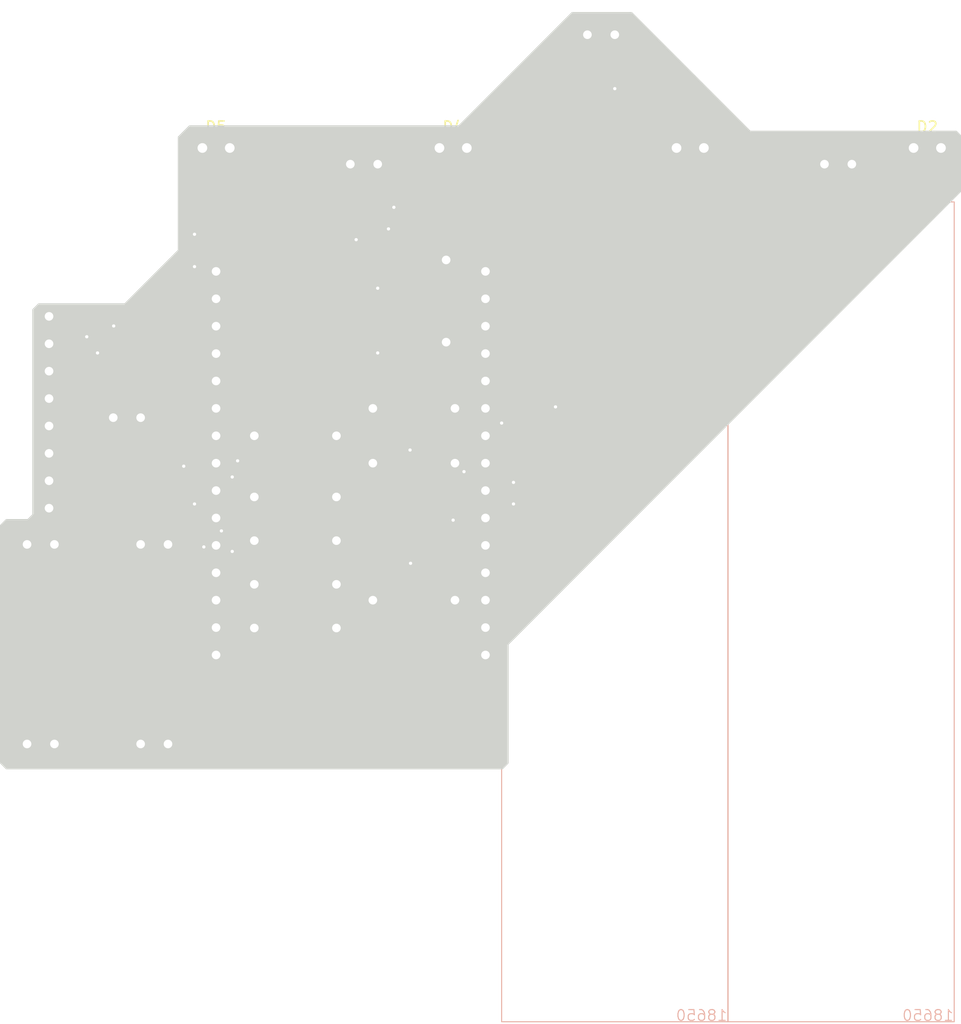
<source format=kicad_pcb>
(kicad_pcb (version 20241229) (generator "pcbnew") (generator_version "9.0")
  (layers (0 "F.Cu" signal) (2 "B.Cu" signal) (13 "F.Paste" user) (15 "B.Paste" user) (5 "F.SilkS" user "F.Silkscreen") (7 "B.SilkS" user "B.Silkscreen") (1 "F.Mask" user) (3 "B.Mask" user) (25 "Edge.Cuts" user))
  (net 0 "")
  (net 1 "-BATT")
  (net 3 "Net-(ESP32_DevkitC1-VIN)")
  (net 4 "Net-(5VStepdown1--OUT-Pad5)")
  (net 6 "+BATT")
  (net 12 "Net-(ESP32_DevkitC1-D22)")
  (net 14 "Net-(ESP32_DevkitC1-D15)")
  (net 16 "Net-(ESP32_DevkitC1-D18)")
  (net 17 "Net-(D2-A)")
  (net 20 "Net-(ESP32_DevkitC1-D23)")
  (net 21 "Net-(MPU1-AD0)")
  (net 22 "Net-(ESP32_DevkitC1-D5)")
  (net 24 "Net-(D3-A)")
  (net 26 "Net-(ESP32_DevkitC1-D19)")
  (net 31 "Net-(D4-A)")
  (net 33 "Net-(ESP32_DevkitC1-D21)")
  (net 34 "Net-(ESP32_DevkitC1-D2)")
  (net 35 "Net-(ESP32_DevkitC1-3V3)")
  (net 38 "Net-(D2-K)")
  (net 39 "Net-(D3-K)")
  (net 40 "Net-(D4-K)")
  (net 41 "Net-(D5-K)")
  (net 42 "Net-(D5-A)")
  (footprint "Resistor_THT:R_Axial_DIN0207_L6.3mm_D2.5mm_P2.54mm_Vertical" (layer "F.Cu") (at 134.450634 61 180)
    (property "Reference" "RV3" (at 1.27 -2.37 0) (layer "F.SilkS"))
    (property "Value" "R_Variable")
    (fp_line (start 1.37 0) (end 1.44 0) (stroke (width 0.12)) (layer "F.SilkS"))
    (fp_circle (center 0 0) (end 1.37 0) (stroke (width 0.12)) (fill no) (layer "F.SilkS"))
    (pad "1" thru_hole circle (at 0 0 180) (size 1.6 1.6) (drill 0.8) (layers "*.Cu" "*.Mask") (net 16 "Net-(ESP32_DevkitC1-D18)"))
    (pad "2" thru_hole circle (at 2.54 0 180) (size 1.6 1.6) (drill 0.8) (layers "*.Cu" "*.Mask") (net 21 "Net-(MPU1-AD0)"))
  )
  (footprint "Resistor_THT:R_Axial_DIN0207_L6.3mm_D2.5mm_P7.62mm_Horizontal" (layer "F.Cu") (at 101 103.85)
    (property "Reference" "R_LED2" (at 3.81 -2.37 0) (layer "F.SilkS"))
    (property "Value" "R")
    (fp_line (start 0.54 -1.37) (end 7.08 -1.37) (stroke (width 0.12)) (layer "F.SilkS"))
    (fp_line (start 0.54 -1.04) (end 0.54 -1.37) (stroke (width 0.12)) (layer "F.SilkS"))
    (fp_line (start 0.54 1.04) (end 0.54 1.37) (stroke (width 0.12)) (layer "F.SilkS"))
    (fp_line (start 0.54 1.37) (end 7.08 1.37) (stroke (width 0.12)) (layer "F.SilkS"))
    (fp_line (start 7.08 -1.37) (end 7.08 -1.04) (stroke (width 0.12)) (layer "F.SilkS"))
    (fp_line (start 7.08 1.37) (end 7.08 1.04) (stroke (width 0.12)) (layer "F.SilkS"))
    (pad "1" thru_hole circle (at 0 0) (size 1.6 1.6) (drill 0.8) (layers "*.Cu" "*.Mask") (net 38 "Net-(D2-K)"))
    (pad "2" thru_hole circle (at 7.62 0) (size 1.6 1.6) (drill 0.8) (layers "*.Cu" "*.Mask") (net 4 "Net-(5VStepdown1--OUT-Pad5)"))
  )
  (footprint "LED_THT:LED_D1.8mm_W1.8mm_H2.4mm_Horizontal_O1.27mm_Z1.6mm" (layer "F.Cu") (at 96.180634 71.5)
    (property "Reference" "D5" (at 1.27 -1.96 0) (layer "F.SilkS"))
    (property "Value" "LED")
    (fp_line (start -0.44 1.21) (end -0.44 2.93) (stroke (width 0.12)) (layer "F.SilkS"))
    (fp_line (start -0.44 2.93) (end 2.98 2.93) (stroke (width 0.12)) (layer "F.SilkS"))
    (fp_line (start -0.32 1.21) (end -0.32 2.93) (stroke (width 0.12)) (layer "F.SilkS"))
    (fp_line (start -0.2 1.21) (end -0.2 2.93) (stroke (width 0.12)) (layer "F.SilkS"))
    (fp_line (start 0 1.08) (end 0 1.21) (stroke (width 0.12)) (layer "F.SilkS"))
    (fp_line (start 0 1.21) (end 0 1.08) (stroke (width 0.12)) (layer "F.SilkS"))
    (fp_line (start 0.31 2.93) (end 0.31 4.33) (stroke (width 0.12)) (layer "F.SilkS"))
    (fp_line (start 0.31 4.33) (end 2.23 4.33) (stroke (width 0.12)) (layer "F.SilkS"))
    (fp_line (start 2.23 2.93) (end 0.31 2.93) (stroke (width 0.12)) (layer "F.SilkS"))
    (fp_line (start 2.23 4.33) (end 2.23 2.93) (stroke (width 0.12)) (layer "F.SilkS"))
    (fp_line (start 2.54 1.08) (end 2.54 1.21) (stroke (width 0.12)) (layer "F.SilkS"))
    (fp_line (start 2.54 1.21) (end 2.54 1.08) (stroke (width 0.12)) (layer "F.SilkS"))
    (fp_line (start 2.98 1.21) (end -0.44 1.21) (stroke (width 0.12)) (layer "F.SilkS"))
    (fp_line (start 2.98 2.93) (end 2.98 1.21) (stroke (width 0.12)) (layer "F.SilkS"))
    (pad "1" thru_hole rect (at 0 0) (size 1.8 1.8) (drill 0.9) (layers "*.Cu" "*.Mask") (net 41 "Net-(D5-K)"))
    (pad "2" thru_hole circle (at 2.54 0) (size 1.8 1.8) (drill 0.9) (layers "*.Cu" "*.Mask") (net 42 "Net-(D5-A)"))
  )
  (footprint "Resistor_THT:R_Axial_DIN0207_L6.3mm_D2.5mm_P7.62mm_Horizontal" (layer "F.Cu") (at 112 100.72)
    (property "Reference" "R4" (at 3.81 -2.37 0) (layer "F.SilkS"))
    (property "Value" "R")
    (fp_line (start 0.54 -1.37) (end 7.08 -1.37) (stroke (width 0.12)) (layer "F.SilkS"))
    (fp_line (start 0.54 -1.04) (end 0.54 -1.37) (stroke (width 0.12)) (layer "F.SilkS"))
    (fp_line (start 0.54 1.04) (end 0.54 1.37) (stroke (width 0.12)) (layer "F.SilkS"))
    (fp_line (start 0.54 1.37) (end 7.08 1.37) (stroke (width 0.12)) (layer "F.SilkS"))
    (fp_line (start 7.08 -1.37) (end 7.08 -1.04) (stroke (width 0.12)) (layer "F.SilkS"))
    (fp_line (start 7.08 1.37) (end 7.08 1.04) (stroke (width 0.12)) (layer "F.SilkS"))
    (pad "1" thru_hole circle (at 0 0) (size 1.6 1.6) (drill 0.8) (layers "*.Cu" "*.Mask") (net 35 "Net-(ESP32_DevkitC1-3V3)"))
    (pad "2" thru_hole circle (at 7.62 0) (size 1.6 1.6) (drill 0.8) (layers "*.Cu" "*.Mask") (net 22 "Net-(ESP32_DevkitC1-D5)"))
  )
  (footprint "LED_THT:LED_D1.8mm_W1.8mm_H2.4mm_Horizontal_O1.27mm_Z1.6mm" (layer "F.Cu") (at 118.180634 71.5)
    (property "Reference" "D4" (at 1.27 -1.96 0) (layer "F.SilkS"))
    (property "Value" "LED")
    (fp_line (start -0.44 1.21) (end -0.44 2.93) (stroke (width 0.12)) (layer "F.SilkS"))
    (fp_line (start -0.44 2.93) (end 2.98 2.93) (stroke (width 0.12)) (layer "F.SilkS"))
    (fp_line (start -0.32 1.21) (end -0.32 2.93) (stroke (width 0.12)) (layer "F.SilkS"))
    (fp_line (start -0.2 1.21) (end -0.2 2.93) (stroke (width 0.12)) (layer "F.SilkS"))
    (fp_line (start 0 1.08) (end 0 1.21) (stroke (width 0.12)) (layer "F.SilkS"))
    (fp_line (start 0 1.21) (end 0 1.08) (stroke (width 0.12)) (layer "F.SilkS"))
    (fp_line (start 0.31 2.93) (end 0.31 4.33) (stroke (width 0.12)) (layer "F.SilkS"))
    (fp_line (start 0.31 4.33) (end 2.23 4.33) (stroke (width 0.12)) (layer "F.SilkS"))
    (fp_line (start 2.23 2.93) (end 0.31 2.93) (stroke (width 0.12)) (layer "F.SilkS"))
    (fp_line (start 2.23 4.33) (end 2.23 2.93) (stroke (width 0.12)) (layer "F.SilkS"))
    (fp_line (start 2.54 1.08) (end 2.54 1.21) (stroke (width 0.12)) (layer "F.SilkS"))
    (fp_line (start 2.54 1.21) (end 2.54 1.08) (stroke (width 0.12)) (layer "F.SilkS"))
    (fp_line (start 2.98 1.21) (end -0.44 1.21) (stroke (width 0.12)) (layer "F.SilkS"))
    (fp_line (start 2.98 2.93) (end 2.98 1.21) (stroke (width 0.12)) (layer "F.SilkS"))
    (pad "1" thru_hole rect (at 0 0) (size 1.8 1.8) (drill 0.9) (layers "*.Cu" "*.Mask") (net 40 "Net-(D4-K)"))
    (pad "2" thru_hole circle (at 2.54 0) (size 1.8 1.8) (drill 0.9) (layers "*.Cu" "*.Mask") (net 31 "Net-(D4-A)"))
  )
  (footprint "GY-521:5VStepdown" (layer "F.Cu") (at 86.450634 117.5 -90)
    (property "Reference" "5VStepdown1" (at 0 -0.5 270) (layer "F.SilkS") (effects (font (thickness 0.1))))
    (property "Value" "~")
    (fp_rect (start -11 -8.5) (end 11 8.5) (stroke (width 0.1)) (fill no) (layer "F.SilkS"))
    (pad "1" thru_hole roundrect (at -9.25 -6.54 270) (size 1.27 1.27) (drill 0.8) (layers "*.Cu" "*.Mask") (roundrect_rratio 0.15) (net 1 "-BATT"))
    (pad "2" thru_hole roundrect (at -9.25 -4 270) (size 1.27 1.27) (drill 0.8) (layers "*.Cu" "*.Mask") (roundrect_rratio 0.15))
    (pad "3" thru_hole roundrect (at -9.25 4 270) (size 1.27 1.27) (drill 0.8) (layers "*.Cu" "*.Mask") (roundrect_rratio 0.15) (net 6 "+BATT"))
    (pad "4" thru_hole roundrect (at -9.25 6.54 270) (size 1.27 1.27) (drill 0.8) (layers "*.Cu" "*.Mask") (roundrect_rratio 0.15))
    (pad "5" thru_hole roundrect (at 9.25 -6.54 270) (size 1.27 1.27) (drill 0.8) (layers "*.Cu" "*.Mask") (roundrect_rratio 0.15) (net 4 "Net-(5VStepdown1--OUT-Pad5)"))
    (pad "6" thru_hole roundrect (at 9.25 -4 270) (size 1.27 1.27) (drill 0.8) (layers "*.Cu" "*.Mask") (roundrect_rratio 0.15))
    (pad "7" thru_hole roundrect (at 9.25 4 270) (size 1.27 1.27) (drill 0.8) (layers "*.Cu" "*.Mask") (roundrect_rratio 0.15) (net 3 "Net-(ESP32_DevkitC1-VIN)"))
    (pad "8" thru_hole roundrect (at 9.25 6.54 270) (size 1.27 1.27) (drill 0.8) (layers "*.Cu" "*.Mask") (roundrect_rratio 0.15))
  )
  (footprint "GY-521:ESP32_DevkitC" (layer "F.Cu") (at 109.950634 118.5)
    (property "Reference" "ESP32_DevkitC1" (at 0 -0.5 0) (layer "F.SilkS") (effects (font (thickness 0.1))))
    (property "Value" "~")
    (fp_rect (start -14 -42) (end 14 10) (stroke (width 0.1)) (fill no) (layer "F.SilkS"))
    (pad "1" thru_hole roundrect (at -12.5 -35.56) (size 1.27 1.27) (drill 0.8) (layers "*.Cu" "*.Mask") (roundrect_rratio 0.15))
    (pad "2" thru_hole roundrect (at -12.5 -33.02) (size 1.27 1.27) (drill 0.8) (layers "*.Cu" "*.Mask") (roundrect_rratio 0.15))
    (pad "3" thru_hole roundrect (at -12.5 -30.48) (size 1.27 1.27) (drill 0.8) (layers "*.Cu" "*.Mask") (roundrect_rratio 0.15))
    (pad "4" thru_hole roundrect (at -12.5 -27.94) (size 1.27 1.27) (drill 0.8) (layers "*.Cu" "*.Mask") (roundrect_rratio 0.15))
    (pad "5" thru_hole roundrect (at -12.5 -25.4) (size 1.27 1.27) (drill 0.8) (layers "*.Cu" "*.Mask") (roundrect_rratio 0.15))
    (pad "6" thru_hole roundrect (at -12.5 -22.86) (size 1.27 1.27) (drill 0.8) (layers "*.Cu" "*.Mask") (roundrect_rratio 0.15))
    (pad "7" thru_hole roundrect (at -12.5 -20.32) (size 1.27 1.27) (drill 0.8) (layers "*.Cu" "*.Mask") (roundrect_rratio 0.15))
    (pad "8" thru_hole roundrect (at -12.5 -17.78) (size 1.27 1.27) (drill 0.8) (layers "*.Cu" "*.Mask") (roundrect_rratio 0.15))
    (pad "9" thru_hole roundrect (at -12.5 -15.24) (size 1.27 1.27) (drill 0.8) (layers "*.Cu" "*.Mask") (roundrect_rratio 0.15))
    (pad "10" thru_hole roundrect (at -12.5 -12.7) (size 1.27 1.27) (drill 0.8) (layers "*.Cu" "*.Mask") (roundrect_rratio 0.15) (net 17 "Net-(D2-A)"))
    (pad "11" thru_hole roundrect (at -12.5 -10.16) (size 1.27 1.27) (drill 0.8) (layers "*.Cu" "*.Mask") (roundrect_rratio 0.15) (net 24 "Net-(D3-A)"))
    (pad "12" thru_hole roundrect (at -12.5 -7.62) (size 1.27 1.27) (drill 0.8) (layers "*.Cu" "*.Mask") (roundrect_rratio 0.15) (net 31 "Net-(D4-A)"))
    (pad "13" thru_hole roundrect (at -12.5 -5.08) (size 1.27 1.27) (drill 0.8) (layers "*.Cu" "*.Mask") (roundrect_rratio 0.15) (net 42 "Net-(D5-A)"))
    (pad "14" thru_hole roundrect (at -12.5 -2.54) (size 1.27 1.27) (drill 0.8) (layers "*.Cu" "*.Mask") (roundrect_rratio 0.15) (net 4 "Net-(5VStepdown1--OUT-Pad5)"))
    (pad "15" thru_hole roundrect (at -12.5 0) (size 1.27 1.27) (drill 0.8) (layers "*.Cu" "*.Mask") (roundrect_rratio 0.15) (net 3 "Net-(ESP32_DevkitC1-VIN)"))
    (pad "16" thru_hole roundrect (at 12.5 0) (size 1.27 1.27) (drill 0.8) (layers "*.Cu" "*.Mask") (roundrect_rratio 0.15) (net 35 "Net-(ESP32_DevkitC1-3V3)"))
    (pad "17" thru_hole roundrect (at 12.5 -2.54) (size 1.27 1.27) (drill 0.8) (layers "*.Cu" "*.Mask") (roundrect_rratio 0.15) (net 21 "Net-(MPU1-AD0)"))
    (pad "18" thru_hole roundrect (at 12.5 -5.08) (size 1.27 1.27) (drill 0.8) (layers "*.Cu" "*.Mask") (roundrect_rratio 0.15) (net 14 "Net-(ESP32_DevkitC1-D15)"))
    (pad "19" thru_hole roundrect (at 12.5 -7.62) (size 1.27 1.27) (drill 0.8) (layers "*.Cu" "*.Mask") (roundrect_rratio 0.15) (net 34 "Net-(ESP32_DevkitC1-D2)"))
    (pad "20" thru_hole roundrect (at 12.5 -10.16) (size 1.27 1.27) (drill 0.8) (layers "*.Cu" "*.Mask") (roundrect_rratio 0.15))
    (pad "21" thru_hole roundrect (at 12.5 -12.7) (size 1.27 1.27) (drill 0.8) (layers "*.Cu" "*.Mask") (roundrect_rratio 0.15))
    (pad "22" thru_hole roundrect (at 12.5 -15.24) (size 1.27 1.27) (drill 0.8) (layers "*.Cu" "*.Mask") (roundrect_rratio 0.15))
    (pad "23" thru_hole roundrect (at 12.5 -17.78) (size 1.27 1.27) (drill 0.8) (layers "*.Cu" "*.Mask") (roundrect_rratio 0.15) (net 22 "Net-(ESP32_DevkitC1-D5)"))
    (pad "24" thru_hole roundrect (at 12.5 -20.32) (size 1.27 1.27) (drill 0.8) (layers "*.Cu" "*.Mask") (roundrect_rratio 0.15) (net 16 "Net-(ESP32_DevkitC1-D18)"))
    (pad "25" thru_hole roundrect (at 12.5 -22.86) (size 1.27 1.27) (drill 0.8) (layers "*.Cu" "*.Mask") (roundrect_rratio 0.15) (net 26 "Net-(ESP32_DevkitC1-D19)"))
    (pad "26" thru_hole roundrect (at 12.5 -25.4) (size 1.27 1.27) (drill 0.8) (layers "*.Cu" "*.Mask") (roundrect_rratio 0.15) (net 33 "Net-(ESP32_DevkitC1-D21)"))
    (pad "27" thru_hole roundrect (at 12.5 -27.94) (size 1.27 1.27) (drill 0.8) (layers "*.Cu" "*.Mask") (roundrect_rratio 0.15))
    (pad "28" thru_hole roundrect (at 12.5 -30.48) (size 1.27 1.27) (drill 0.8) (layers "*.Cu" "*.Mask") (roundrect_rratio 0.15))
    (pad "29" thru_hole roundrect (at 12.5 -33.02) (size 1.27 1.27) (drill 0.8) (layers "*.Cu" "*.Mask") (roundrect_rratio 0.15) (net 12 "Net-(ESP32_DevkitC1-D22)"))
    (pad "30" thru_hole roundrect (at 12.5 -35.56) (size 1.27 1.27) (drill 0.8) (layers "*.Cu" "*.Mask") (roundrect_rratio 0.15) (net 20 "Net-(ESP32_DevkitC1-D23)"))
  )
  (footprint "Resistor_THT:R_Axial_DIN0207_L6.3mm_D2.5mm_P7.62mm_Horizontal" (layer "F.Cu") (at 112 95.64)
    (property "Reference" "R2" (at 3.81 -2.37 0) (layer "F.SilkS"))
    (property "Value" "R")
    (fp_line (start 0.54 -1.37) (end 7.08 -1.37) (stroke (width 0.12)) (layer "F.SilkS"))
    (fp_line (start 0.54 -1.04) (end 0.54 -1.37) (stroke (width 0.12)) (layer "F.SilkS"))
    (fp_line (start 0.54 1.04) (end 0.54 1.37) (stroke (width 0.12)) (layer "F.SilkS"))
    (fp_line (start 0.54 1.37) (end 7.08 1.37) (stroke (width 0.12)) (layer "F.SilkS"))
    (fp_line (start 7.08 -1.37) (end 7.08 -1.04) (stroke (width 0.12)) (layer "F.SilkS"))
    (fp_line (start 7.08 1.37) (end 7.08 1.04) (stroke (width 0.12)) (layer "F.SilkS"))
    (pad "1" thru_hole circle (at 0 0) (size 1.6 1.6) (drill 0.8) (layers "*.Cu" "*.Mask") (net 35 "Net-(ESP32_DevkitC1-3V3)"))
    (pad "2" thru_hole circle (at 7.62 0) (size 1.6 1.6) (drill 0.8) (layers "*.Cu" "*.Mask") (net 26 "Net-(ESP32_DevkitC1-D19)"))
  )
  (footprint "Resistor_THT:R_Axial_DIN0207_L6.3mm_D2.5mm_P7.62mm_Horizontal" (layer "F.Cu") (at 101 107.9)
    (property "Reference" "R_LED3" (at 3.81 -2.37 0) (layer "F.SilkS"))
    (property "Value" "R")
    (fp_line (start 0.54 -1.37) (end 7.08 -1.37) (stroke (width 0.12)) (layer "F.SilkS"))
    (fp_line (start 0.54 -1.04) (end 0.54 -1.37) (stroke (width 0.12)) (layer "F.SilkS"))
    (fp_line (start 0.54 1.04) (end 0.54 1.37) (stroke (width 0.12)) (layer "F.SilkS"))
    (fp_line (start 0.54 1.37) (end 7.08 1.37) (stroke (width 0.12)) (layer "F.SilkS"))
    (fp_line (start 7.08 -1.37) (end 7.08 -1.04) (stroke (width 0.12)) (layer "F.SilkS"))
    (fp_line (start 7.08 1.37) (end 7.08 1.04) (stroke (width 0.12)) (layer "F.SilkS"))
    (pad "1" thru_hole circle (at 0 0) (size 1.6 1.6) (drill 0.8) (layers "*.Cu" "*.Mask") (net 39 "Net-(D3-K)"))
    (pad "2" thru_hole circle (at 7.62 0) (size 1.6 1.6) (drill 0.8) (layers "*.Cu" "*.Mask") (net 4 "Net-(5VStepdown1--OUT-Pad5)"))
  )
  (footprint "Resistor_THT:R_Axial_DIN0207_L6.3mm_D2.5mm_P2.54mm_Vertical" (layer "F.Cu") (at 156.450634 73 180)
    (property "Reference" "RV2" (at 1.27 -2.37 0) (layer "F.SilkS"))
    (property "Value" "R_Variable")
    (fp_line (start 1.37 0) (end 1.44 0) (stroke (width 0.12)) (layer "F.SilkS"))
    (fp_circle (center 0 0) (end 1.37 0) (stroke (width 0.12)) (fill no) (layer "F.SilkS"))
    (pad "1" thru_hole circle (at 0 0 180) (size 1.6 1.6) (drill 0.8) (layers "*.Cu" "*.Mask") (net 26 "Net-(ESP32_DevkitC1-D19)"))
    (pad "2" thru_hole circle (at 2.54 0 180) (size 1.6 1.6) (drill 0.8) (layers "*.Cu" "*.Mask") (net 21 "Net-(MPU1-AD0)"))
  )
  (footprint "Resistor_THT:R_Axial_DIN0207_L6.3mm_D2.5mm_P2.54mm_Vertical" (layer "F.Cu") (at 90.450634 96.5 180)
    (property "Reference" "RV5" (at 1.27 -2.37 0) (layer "F.SilkS"))
    (property "Value" "R_Variable")
    (fp_line (start 1.37 0) (end 1.44 0) (stroke (width 0.12)) (layer "F.SilkS"))
    (fp_circle (center 0 0) (end 1.37 0) (stroke (width 0.12)) (fill no) (layer "F.SilkS"))
    (pad "1" thru_hole circle (at 0 0 180) (size 1.6 1.6) (drill 0.8) (layers "*.Cu" "*.Mask") (net 14 "Net-(ESP32_DevkitC1-D15)"))
    (pad "2" thru_hole circle (at 2.54 0 180) (size 1.6 1.6) (drill 0.8) (layers "*.Cu" "*.Mask") (net 21 "Net-(MPU1-AD0)"))
  )
  (footprint "Resistor_THT:R_Axial_DIN0207_L6.3mm_D2.5mm_P7.62mm_Horizontal" (layer "F.Cu") (at 101 116)
    (property "Reference" "R_LED5" (at 3.81 -2.37 0) (layer "F.SilkS"))
    (property "Value" "R")
    (fp_line (start 0.54 -1.37) (end 7.08 -1.37) (stroke (width 0.12)) (layer "F.SilkS"))
    (fp_line (start 0.54 -1.04) (end 0.54 -1.37) (stroke (width 0.12)) (layer "F.SilkS"))
    (fp_line (start 0.54 1.04) (end 0.54 1.37) (stroke (width 0.12)) (layer "F.SilkS"))
    (fp_line (start 0.54 1.37) (end 7.08 1.37) (stroke (width 0.12)) (layer "F.SilkS"))
    (fp_line (start 7.08 -1.37) (end 7.08 -1.04) (stroke (width 0.12)) (layer "F.SilkS"))
    (fp_line (start 7.08 1.37) (end 7.08 1.04) (stroke (width 0.12)) (layer "F.SilkS"))
    (pad "1" thru_hole circle (at 0 0) (size 1.6 1.6) (drill 0.8) (layers "*.Cu" "*.Mask") (net 41 "Net-(D5-K)"))
    (pad "2" thru_hole circle (at 7.62 0) (size 1.6 1.6) (drill 0.8) (layers "*.Cu" "*.Mask") (net 4 "Net-(5VStepdown1--OUT-Pad5)"))
  )
  (footprint "Resistor_THT:R_Axial_DIN0207_L6.3mm_D2.5mm_P7.62mm_Horizontal" (layer "F.Cu") (at 112 113.42)
    (property "Reference" "R5" (at 3.81 -2.37 0) (layer "F.SilkS"))
    (property "Value" "R")
    (fp_line (start 0.54 -1.37) (end 7.08 -1.37) (stroke (width 0.12)) (layer "F.SilkS"))
    (fp_line (start 0.54 -1.04) (end 0.54 -1.37) (stroke (width 0.12)) (layer "F.SilkS"))
    (fp_line (start 0.54 1.04) (end 0.54 1.37) (stroke (width 0.12)) (layer "F.SilkS"))
    (fp_line (start 0.54 1.37) (end 7.08 1.37) (stroke (width 0.12)) (layer "F.SilkS"))
    (fp_line (start 7.08 -1.37) (end 7.08 -1.04) (stroke (width 0.12)) (layer "F.SilkS"))
    (fp_line (start 7.08 1.37) (end 7.08 1.04) (stroke (width 0.12)) (layer "F.SilkS"))
    (pad "1" thru_hole circle (at 0 0) (size 1.6 1.6) (drill 0.8) (layers "*.Cu" "*.Mask") (net 35 "Net-(ESP32_DevkitC1-3V3)"))
    (pad "2" thru_hole circle (at 7.62 0) (size 1.6 1.6) (drill 0.8) (layers "*.Cu" "*.Mask") (net 14 "Net-(ESP32_DevkitC1-D15)"))
  )
  (footprint "LED_THT:LED_D1.8mm_W1.8mm_H2.4mm_Horizontal_O1.27mm_Z1.6mm" (layer "F.Cu") (at 140.180634 71.5)
    (property "Reference" "D3" (at 1.27 -1.96 0) (layer "F.SilkS"))
    (property "Value" "LED")
    (fp_line (start -0.44 1.21) (end -0.44 2.93) (stroke (width 0.12)) (layer "F.SilkS"))
    (fp_line (start -0.44 2.93) (end 2.98 2.93) (stroke (width 0.12)) (layer "F.SilkS"))
    (fp_line (start -0.32 1.21) (end -0.32 2.93) (stroke (width 0.12)) (layer "F.SilkS"))
    (fp_line (start -0.2 1.21) (end -0.2 2.93) (stroke (width 0.12)) (layer "F.SilkS"))
    (fp_line (start 0 1.08) (end 0 1.21) (stroke (width 0.12)) (layer "F.SilkS"))
    (fp_line (start 0 1.21) (end 0 1.08) (stroke (width 0.12)) (layer "F.SilkS"))
    (fp_line (start 0.31 2.93) (end 0.31 4.33) (stroke (width 0.12)) (layer "F.SilkS"))
    (fp_line (start 0.31 4.33) (end 2.23 4.33) (stroke (width 0.12)) (layer "F.SilkS"))
    (fp_line (start 2.23 2.93) (end 0.31 2.93) (stroke (width 0.12)) (layer "F.SilkS"))
    (fp_line (start 2.23 4.33) (end 2.23 2.93) (stroke (width 0.12)) (layer "F.SilkS"))
    (fp_line (start 2.54 1.08) (end 2.54 1.21) (stroke (width 0.12)) (layer "F.SilkS"))
    (fp_line (start 2.54 1.21) (end 2.54 1.08) (stroke (width 0.12)) (layer "F.SilkS"))
    (fp_line (start 2.98 1.21) (end -0.44 1.21) (stroke (width 0.12)) (layer "F.SilkS"))
    (fp_line (start 2.98 2.93) (end 2.98 1.21) (stroke (width 0.12)) (layer "F.SilkS"))
    (pad "1" thru_hole rect (at 0 0) (size 1.8 1.8) (drill 0.9) (layers "*.Cu" "*.Mask") (net 39 "Net-(D3-K)"))
    (pad "2" thru_hole circle (at 2.54 0) (size 1.8 1.8) (drill 0.9) (layers "*.Cu" "*.Mask") (net 24 "Net-(D3-A)"))
  )
  (footprint "LED_THT:LED_D1.8mm_W1.8mm_H2.4mm_Horizontal_O1.27mm_Z1.6mm" (layer "F.Cu") (at 162.180634 71.5)
    (property "Reference" "D2" (at 1.27 -1.96 0) (layer "F.SilkS"))
    (property "Value" "LED")
    (fp_line (start -0.44 1.21) (end -0.44 2.93) (stroke (width 0.12)) (layer "F.SilkS"))
    (fp_line (start -0.44 2.93) (end 2.98 2.93) (stroke (width 0.12)) (layer "F.SilkS"))
    (fp_line (start -0.32 1.21) (end -0.32 2.93) (stroke (width 0.12)) (layer "F.SilkS"))
    (fp_line (start -0.2 1.21) (end -0.2 2.93) (stroke (width 0.12)) (layer "F.SilkS"))
    (fp_line (start 0 1.08) (end 0 1.21) (stroke (width 0.12)) (layer "F.SilkS"))
    (fp_line (start 0 1.21) (end 0 1.08) (stroke (width 0.12)) (layer "F.SilkS"))
    (fp_line (start 0.31 2.93) (end 0.31 4.33) (stroke (width 0.12)) (layer "F.SilkS"))
    (fp_line (start 0.31 4.33) (end 2.23 4.33) (stroke (width 0.12)) (layer "F.SilkS"))
    (fp_line (start 2.23 2.93) (end 0.31 2.93) (stroke (width 0.12)) (layer "F.SilkS"))
    (fp_line (start 2.23 4.33) (end 2.23 2.93) (stroke (width 0.12)) (layer "F.SilkS"))
    (fp_line (start 2.54 1.08) (end 2.54 1.21) (stroke (width 0.12)) (layer "F.SilkS"))
    (fp_line (start 2.54 1.21) (end 2.54 1.08) (stroke (width 0.12)) (layer "F.SilkS"))
    (fp_line (start 2.98 1.21) (end -0.44 1.21) (stroke (width 0.12)) (layer "F.SilkS"))
    (fp_line (start 2.98 2.93) (end 2.98 1.21) (stroke (width 0.12)) (layer "F.SilkS"))
    (pad "1" thru_hole rect (at 0 0) (size 1.8 1.8) (drill 0.9) (layers "*.Cu" "*.Mask") (net 38 "Net-(D2-K)"))
    (pad "2" thru_hole circle (at 2.54 0) (size 1.8 1.8) (drill 0.9) (layers "*.Cu" "*.Mask") (net 17 "Net-(D2-A)"))
  )
  (footprint "Resistor_THT:R_Axial_DIN0207_L6.3mm_D2.5mm_P2.54mm_Vertical" (layer "F.Cu") (at 112.450634 73 180)
    (property "Reference" "RV4" (at 1.27 -2.37 0) (layer "F.SilkS"))
    (property "Value" "R_Variable")
    (fp_line (start 1.37 0) (end 1.44 0) (stroke (width 0.12)) (layer "F.SilkS"))
    (fp_circle (center 0 0) (end 1.37 0) (stroke (width 0.12)) (fill no) (layer "F.SilkS"))
    (pad "1" thru_hole circle (at 0 0 180) (size 1.6 1.6) (drill 0.8) (layers "*.Cu" "*.Mask") (net 22 "Net-(ESP32_DevkitC1-D5)"))
    (pad "2" thru_hole circle (at 2.54 0 180) (size 1.6 1.6) (drill 0.8) (layers "*.Cu" "*.Mask") (net 21 "Net-(MPU1-AD0)"))
  )
  (footprint "Resistor_THT:R_Axial_DIN0207_L6.3mm_D2.5mm_P7.62mm_Horizontal" (layer "F.Cu") (at 118.800634 89.5 90)
    (property "Reference" "Pullup1" (at 3.81 -2.37 90) (layer "F.SilkS"))
    (property "Value" "10k")
    (fp_line (start 7.08 -1.37) (end 7.08 -1.04) (stroke (width 0.12)) (layer "F.SilkS"))
    (fp_line (start 0.54 -1.37) (end 7.08 -1.37) (stroke (width 0.12)) (layer "F.SilkS"))
    (fp_line (start 0.54 -1.04) (end 0.54 -1.37) (stroke (width 0.12)) (layer "F.SilkS"))
    (fp_line (start 0.54 1.04) (end 0.54 1.37) (stroke (width 0.12)) (layer "F.SilkS"))
    (fp_line (start 7.08 1.37) (end 7.08 1.04) (stroke (width 0.12)) (layer "F.SilkS"))
    (fp_line (start 0.54 1.37) (end 7.08 1.37) (stroke (width 0.12)) (layer "F.SilkS"))
    (pad "1" thru_hole circle (at 0 0 90) (size 1.6 1.6) (drill 0.8) (layers "*.Cu" "*.Mask") (net 33 "Net-(ESP32_DevkitC1-D21)"))
    (pad "2" thru_hole circle (at 7.62 0 90) (size 1.6 1.6) (drill 0.8) (layers "*.Cu" "*.Mask") (net 12 "Net-(ESP32_DevkitC1-D22)"))
  )
  (footprint "Resistor_THT:R_Axial_DIN0207_L6.3mm_D2.5mm_P7.62mm_Horizontal" (layer "F.Cu") (at 101 98.18)
    (property "Reference" "R3" (at 3.81 -2.37 0) (layer "F.SilkS"))
    (property "Value" "R")
    (fp_line (start 0.54 -1.37) (end 7.08 -1.37) (stroke (width 0.12)) (layer "F.SilkS"))
    (fp_line (start 0.54 -1.04) (end 0.54 -1.37) (stroke (width 0.12)) (layer "F.SilkS"))
    (fp_line (start 0.54 1.04) (end 0.54 1.37) (stroke (width 0.12)) (layer "F.SilkS"))
    (fp_line (start 0.54 1.37) (end 7.08 1.37) (stroke (width 0.12)) (layer "F.SilkS"))
    (fp_line (start 7.08 -1.37) (end 7.08 -1.04) (stroke (width 0.12)) (layer "F.SilkS"))
    (fp_line (start 7.08 1.37) (end 7.08 1.04) (stroke (width 0.12)) (layer "F.SilkS"))
    (pad "1" thru_hole circle (at 0 0) (size 1.6 1.6) (drill 0.8) (layers "*.Cu" "*.Mask") (net 35 "Net-(ESP32_DevkitC1-3V3)"))
    (pad "2" thru_hole circle (at 7.62 0) (size 1.6 1.6) (drill 0.8) (layers "*.Cu" "*.Mask") (net 16 "Net-(ESP32_DevkitC1-D18)"))
  )
  (footprint "GY-521:GY-521" (layer "F.Cu") (at 88.950634 96)
    (property "Reference" "MPU1" (at 0 0 0) (layer "F.SilkS") (effects (font (thickness 0.1))))
    (property "Value" "~")
    (fp_rect (start -8 -9.5) (end 6 9.5) (stroke (width 0.1)) (fill no) (layer "F.SilkS"))
    (pad "1" thru_hole roundrect (at -7 -8.89) (size 1.27 1.27) (drill 0.8) (layers "*.Cu" "*.Mask") (roundrect_rratio 0.15) (net 35 "Net-(ESP32_DevkitC1-3V3)"))
    (pad "2" thru_hole roundrect (at -7 -6.35) (size 1.27 1.27) (drill 0.8) (layers "*.Cu" "*.Mask") (roundrect_rratio 0.15) (net 21 "Net-(MPU1-AD0)"))
    (pad "3" thru_hole roundrect (at -7 -3.81) (size 1.27 1.27) (drill 0.8) (layers "*.Cu" "*.Mask") (roundrect_rratio 0.15) (net 12 "Net-(ESP32_DevkitC1-D22)"))
    (pad "4" thru_hole roundrect (at -7 -1.27) (size 1.27 1.27) (drill 0.8) (layers "*.Cu" "*.Mask") (roundrect_rratio 0.15) (net 33 "Net-(ESP32_DevkitC1-D21)"))
    (pad "5" thru_hole roundrect (at -7 1.27) (size 1.27 1.27) (drill 0.8) (layers "*.Cu" "*.Mask") (roundrect_rratio 0.15))
    (pad "6" thru_hole roundrect (at -7 3.81) (size 1.27 1.27) (drill 0.8) (layers "*.Cu" "*.Mask") (roundrect_rratio 0.15))
    (pad "7" thru_hole roundrect (at -7 6.35) (size 1.27 1.27) (drill 0.8) (layers "*.Cu" "*.Mask") (roundrect_rratio 0.15) (net 21 "Net-(MPU1-AD0)"))
    (pad "8" thru_hole roundrect (at -7 8.89) (size 1.27 1.27) (drill 0.8) (layers "*.Cu" "*.Mask") (roundrect_rratio 0.15) (net 34 "Net-(ESP32_DevkitC1-D2)"))
  )
  (footprint "Resistor_THT:R_Axial_DIN0207_L6.3mm_D2.5mm_P7.62mm_Horizontal" (layer "F.Cu") (at 101 111.95)
    (property "Reference" "R_LED4" (at 3.81 -2.37 0) (layer "F.SilkS"))
    (property "Value" "R")
    (fp_line (start 0.54 -1.37) (end 7.08 -1.37) (stroke (width 0.12)) (layer "F.SilkS"))
    (fp_line (start 0.54 -1.04) (end 0.54 -1.37) (stroke (width 0.12)) (layer "F.SilkS"))
    (fp_line (start 0.54 1.04) (end 0.54 1.37) (stroke (width 0.12)) (layer "F.SilkS"))
    (fp_line (start 0.54 1.37) (end 7.08 1.37) (stroke (width 0.12)) (layer "F.SilkS"))
    (fp_line (start 7.08 -1.37) (end 7.08 -1.04) (stroke (width 0.12)) (layer "F.SilkS"))
    (fp_line (start 7.08 1.37) (end 7.08 1.04) (stroke (width 0.12)) (layer "F.SilkS"))
    (pad "1" thru_hole circle (at 0 0) (size 1.6 1.6) (drill 0.8) (layers "*.Cu" "*.Mask") (net 40 "Net-(D4-K)"))
    (pad "2" thru_hole circle (at 7.62 0) (size 1.6 1.6) (drill 0.8) (layers "*.Cu" "*.Mask") (net 4 "Net-(5VStepdown1--OUT-Pad5)"))
  )
  (gr_poly (pts (xy 125 78.5) (xy 125.5 79) (xy 128.5 79) (xy 128 78.5)) (stroke (width 0.1)) (fill yes) (layer "F.SilkS"))
  (gr_poly (pts (xy 125.5 79.5) (xy 126 80) (xy 126 88) (xy 125.5 88.5)) (stroke (width 0.1)) (fill yes) (layer "F.SilkS"))
  (gr_poly (pts (xy 125.5 89) (xy 125 89.5) (xy 132.5 89.5) (xy 132 89)) (stroke (width 0.1)) (fill yes) (layer "F.SilkS"))
  (gr_poly (pts (xy 131.5 88) (xy 131.5 81) (xy 128 77.5) (xy 129.5 77.5) (xy 132.5 80.5) (xy 132.5 87)) (stroke (width 0.1)) (fill yes) (layer "F.SilkS"))
  (gr_poly (pts (xy 129.5 88.5) (xy 130 88.5) (xy 131 87.5) (xy 131 87)) (stroke (width 0.1)) (fill yes) (layer "F.SilkS"))
  (gr_rect (start 123.950634 76.5) (end 144.950634 152.5) (stroke (width 0.1)) (fill no) (layer "B.SilkS"))
  (gr_rect (start 144.950634 76.5) (end 165.950634 152.5) (stroke (width 0.1)) (fill no) (layer "B.SilkS"))
  (gr_poly (pts (xy 124 129) (xy 124.5 128.5) (xy 124.5 117.5) (xy 166.5 75.5) (xy 166.5 70.375) (xy 166.125 70) (xy 147 70) (xy 136 59) (xy 130.5 59) (xy 120 69.5) (xy 95 69.5) (xy 94 70.5) (xy 94 81) (xy 89 86) (xy 81 86) (xy 80.5 86.5) (xy 80.5 105.5) (xy 80 106) (xy 78 106) (xy 77.5 106.5) (xy 77.5 128.5) (xy 78 129)) (stroke (width 0.2)) (fill yes) (layer "Edge.Cuts"))
  (gr_text "PrestoTheEngineer\nPresents" (at 133.5 89.5 0) (layer "F.SilkS") (effects (font (size 1 1) (thickness 0.1)) (justify left bottom)))
  (gr_text "18650" (at 144.950634 152.5 0) (layer "B.SilkS") (effects (font (size 1 1) (thickness 0.1)) (justify left bottom mirror)))
  (gr_text "18650" (at 165.950634 152.5 0) (layer "B.SilkS") (effects (font (size 1 1) (thickness 0.1)) (justify left bottom mirror)))
  (segment (start 97.450634 123.879366) (end 93.644 127.686) (width 0.2) (layer "F.Cu") (net 3))
  (segment (start 83.386634 127.686) (end 82.450634 126.75) (width 0.2) (layer "F.Cu") (net 3))
  (segment (start 93.644 127.686) (end 83.386634 127.686) (width 0.2) (layer "F.Cu") (net 3))
  (segment (start 97.450634 118.5) (end 97.450634 123.879366) (width 0.2) (layer "F.Cu") (net 3))
  (segment (start 107.519 117.101) (end 108.62 116) (width 0.2) (layer "F.Cu") (net 4))
  (segment (start 108.62 116) (end 108.62 111.95) (width 0.2) (layer "F.Cu") (net 4))
  (segment (start 108.62 103.85) (end 108.62 107.9) (width 0.2) (layer "F.Cu") (net 4))
  (segment (start 95.950634 117.46) (end 95.950634 123.79) (width 0.2) (layer "F.Cu") (net 4))
  (segment (start 97.450634 115.96) (end 98.591634 117.101) (width 0.2) (layer "F.Cu") (net 4))
  (segment (start 97.450634 115.96) (end 95.950634 117.46) (width 0.2) (layer "F.Cu") (net 4))
  (segment (start 95.950634 123.79) (end 92.990634 126.75) (width 0.2) (layer "F.Cu") (net 4))
  (segment (start 108.62 111.95) (end 108.62 107.9) (width 0.2) (layer "F.Cu") (net 4))
  (segment (start 98.591634 117.101) (end 107.519 117.101) (width 0.2) (layer "F.Cu") (net 4))
  (segment (start 122.450634 85.48) (end 123.52 85.48) (width 0.2) (layer "F.Cu") (net 12))
  (segment (start 120.680634 80) (end 118.800634 81.88) (width 0.2) (layer "F.Cu") (net 12))
  (segment (start 115.200634 85.48) (end 101.58 85.48) (width 0.2) (layer "F.Cu") (net 12))
  (segment (start 98.06 89) (end 101.58 85.48) (width 0.2) (layer "F.Cu") (net 12))
  (segment (start 124.5 84.5) (end 124.5 81) (width 0.2) (layer "F.Cu") (net 12))
  (segment (start 85.450634 89) (end 98.06 89) (width 0.2) (layer "F.Cu") (net 12))
  (segment (start 118.800634 81.88) (end 115.200634 85.48) (width 0.2) (layer "F.Cu") (net 12))
  (segment (start 123.52 85.48) (end 124.5 84.5) (width 0.2) (layer "F.Cu") (net 12))
  (segment (start 122.450634 85.48) (end 122.400634 85.48) (width 0.2) (layer "F.Cu") (net 12))
  (segment (start 124.5 81) (end 123.5 80) (width 0.2) (layer "F.Cu") (net 12))
  (segment (start 123.5 80) (end 120.680634 80) (width 0.2) (layer "F.Cu") (net 12))
  (via (at 85.450634 89) (size 0.6) (drill 0.3) (layers "F.Cu" "B.Cu") (net 12))
  (segment (start 85.140634 89) (end 85.450634 89) (width 0.2) (layer "B.Cu") (net 12))
  (segment (start 81.950634 92.19) (end 85.140634 89) (width 0.2) (layer "B.Cu") (net 12))
  (segment (start 93.734634 99.784) (end 90.450634 96.5) (width 0.2) (layer "F.Cu") (net 14))
  (segment (start 93.734634 99.784) (end 106.284 99.784) (width 0.2) (layer "F.Cu") (net 14))
  (segment (start 122.450634 113.42) (end 119.62 113.42) (width 0.2) (layer "F.Cu") (net 14))
  (segment (start 115.5 109) (end 115.5 110) (width 0.2) (layer "F.Cu") (net 14))
  (segment (start 106.284 99.784) (end 115.5 109) (width 0.2) (layer "F.Cu") (net 14))
  (via (at 115.5 110) (size 0.6) (drill 0.3) (layers "F.Cu" "B.Cu") (net 14))
  (segment (start 117.42 113.42) (end 119.62 113.42) (width 0.2) (layer "B.Cu") (net 14))
  (segment (start 115.5 110) (end 115.5 111.5) (width 0.2) (layer "B.Cu") (net 14))
  (segment (start 115.5 111.5) (end 117.42 113.42) (width 0.2) (layer "B.Cu") (net 14))
  (segment (start 134.450634 85.5) (end 122.450634 97.5) (width 0.2) (layer "F.Cu") (net 16))
  (segment (start 122.450634 97.5) (end 122.450634 98.18) (width 0.2) (layer "F.Cu") (net 16))
  (segment (start 134.450634 66) (end 134.450634 85.5) (width 0.2) (layer "F.Cu") (net 16))
  (via (at 134.450634 66) (size 0.6) (drill 0.3) (layers "F.Cu" "B.Cu") (net 16))
  (segment (start 122.450634 98.18) (end 108.62 98.18) (width 0.2) (layer "B.Cu") (net 16))
  (segment (start 134.450634 61) (end 134.450634 63) (width 0.2) (layer "B.Cu") (net 16))
  (segment (start 134.450634 63) (end 134.450634 66) (width 0.2) (layer "B.Cu") (net 16))
  (segment (start 164.720634 71.5) (end 164.720634 75.279366) (width 0.2) (layer "F.Cu") (net 17))
  (segment (start 164.720634 75.279366) (end 135.5 104.5) (width 0.2) (layer "F.Cu") (net 17))
  (segment (start 135.5 104.5) (end 125.050634 104.5) (width 0.2) (layer "F.Cu") (net 17))
  (via (at 125.050634 104.5) (size 0.6) (drill 0.3) (layers "F.Cu" "B.Cu") (net 17))
  (segment (start 103.097684 105.8) (end 97.450634 105.8) (width 0.2) (layer "B.Cu") (net 17))
  (segment (start 125.050634 104.5) (end 104.397684 104.5) (width 0.2) (layer "B.Cu") (net 17))
  (segment (start 104.397684 104.5) (end 103.097684 105.8) (width 0.2) (layer "B.Cu") (net 17))
  (segment (start 87.950634 88) (end 102.950634 73) (width 0.2) (layer "F.Cu") (net 21))
  (segment (start 82.060634 102.35) (end 87.910634 96.5) (width 0.2) (layer "F.Cu") (net 21))
  (segment (start 102.950634 73) (end 109.910634 73) (width 0.2) (layer "F.Cu") (net 21))
  (segment (start 126.512634 69.898) (end 131.910634 64.5) (width 0.2) (layer "F.Cu") (net 21))
  (segment (start 81.950634 90.54) (end 87.910634 96.5) (width 0.2) (layer "F.Cu") (net 21))
  (segment (start 145.950634 77) (end 145.950634 73) (width 0.2) (layer "F.Cu") (net 21))
  (segment (start 149.950634 73) (end 153.910634 73) (width 0.2) (layer "F.Cu") (net 21))
  (segment (start 81.950634 102.35) (end 82.060634 102.35) (width 0.2) (layer "F.Cu") (net 21))
  (segment (start 122.450634 115.96) (end 124.450634 113.96) (width 0.2) (layer "F.Cu") (net 21))
  (segment (start 137.450634 64.5) (end 145.950634 73) (width 0.2) (layer "F.Cu") (net 21))
  (segment (start 131.910634 61) (end 131.910634 64.5) (width 0.2) (layer "F.Cu") (net 21))
  (segment (start 113.012634 69.898) (end 126.512634 69.898) (width 0.2) (layer "F.Cu") (net 21))
  (segment (start 124.450634 98.5) (end 145.950634 77) (width 0.2) (layer "F.Cu") (net 21))
  (segment (start 124.450634 113.96) (end 124.450634 98.5) (width 0.2) (layer "F.Cu") (net 21))
  (segment (start 131.910634 64.5) (end 137.450634 64.5) (width 0.2) (layer "F.Cu") (net 21))
  (segment (start 109.910634 73) (end 113.012634 69.898) (width 0.2) (layer "F.Cu") (net 21))
  (segment (start 145.950634 73) (end 149.950634 73) (width 0.2) (layer "F.Cu") (net 21))
  (segment (start 81.950634 89.65) (end 81.950634 90.54) (width 0.2) (layer "F.Cu") (net 21))
  (via (at 87.950634 88) (size 0.6) (drill 0.3) (layers "F.Cu" "B.Cu") (net 21))
  (segment (start 87.910634 96.5) (end 87.950634 96.46) (width 0.2) (layer "B.Cu") (net 21))
  (segment (start 87.950634 96.46) (end 87.950634 88) (width 0.2) (layer "B.Cu") (net 21))
  (segment (start 81.950634 102.35) (end 82.060634 102.35) (width 0.2) (layer "B.Cu") (net 21))
  (segment (start 119.62 100.72) (end 122.450634 100.72) (width 0.2) (layer "F.Cu") (net 22))
  (segment (start 112.450634 73) (end 112.450634 84.5) (width 0.2) (layer "F.Cu") (net 22))
  (segment (start 114 98.899309) (end 115.820691 100.72) (width 0.2) (layer "F.Cu") (net 22))
  (segment (start 114 92.049366) (end 114 98.899309) (width 0.2) (layer "F.Cu") (net 22))
  (segment (start 119.460634 100.72) (end 119.340634 100.84) (width 0.2) (layer "F.Cu") (net 22))
  (segment (start 112.450634 90.5) (end 114 92.049366) (width 0.2) (layer "F.Cu") (net 22))
  (segment (start 115.820691 100.72) (end 119.62 100.72) (width 0.2) (layer "F.Cu") (net 22))
  (via (at 112.450634 90.5) (size 0.6) (drill 0.3) (layers "F.Cu" "B.Cu") (net 22))
  (via (at 112.450634 84.5) (size 0.6) (drill 0.3) (layers "F.Cu" "B.Cu") (net 22))
  (segment (start 112.450634 84.5) (end 112.450634 90.5) (width 0.2) (layer "B.Cu") (net 22))
  (segment (start 142.720634 71.5) (end 142.720634 79.499366) (width 0.2) (layer "F.Cu") (net 24))
  (segment (start 122.72 99.5) (end 115.450634 99.5) (width 0.2) (layer "F.Cu") (net 24))
  (segment (start 98.950634 102) (end 98.950634 106.84) (width 0.2) (layer "F.Cu") (net 24))
  (segment (start 142.720634 79.499366) (end 122.72 99.5) (width 0.2) (layer "F.Cu") (net 24))
  (segment (start 98.950634 106.84) (end 97.450634 108.34) (width 0.2) (layer "F.Cu") (net 24))
  (via (at 98.950634 102) (size 0.6) (drill 0.3) (layers "F.Cu" "B.Cu") (net 24))
  (via (at 115.450634 99.5) (size 0.6) (drill 0.3) (layers "F.Cu" "B.Cu") (net 24))
  (segment (start 101.450634 99.5) (end 98.950634 102) (width 0.2) (layer "B.Cu") (net 24))
  (segment (start 115.450634 99.5) (end 101.450634 99.5) (width 0.2) (layer "B.Cu") (net 24))
  (segment (start 119.500634 95.64) (end 119.300634 95.84) (width 0.2) (layer "F.Cu") (net 26))
  (segment (start 156.450634 73) (end 133.950634 95.5) (width 0.2) (layer "F.Cu") (net 26))
  (segment (start 133.950634 95.5) (end 128.950634 95.5) (width 0.2) (layer "F.Cu") (net 26))
  (segment (start 122.450634 95.64) (end 119.62 95.64) (width 0.2) (layer "F.Cu") (net 26))
  (via (at 128.950634 95.5) (size 0.6) (drill 0.3) (layers "F.Cu" "B.Cu") (net 26))
  (segment (start 128.950634 95.5) (end 128.810634 95.64) (width 0.2) (layer "B.Cu") (net 26))
  (segment (start 128.810634 95.64) (end 122.450634 95.64) (width 0.2) (layer "B.Cu") (net 26))
  (segment (start 116.979634 70.299) (end 113.950634 73.328) (width 0.2) (layer "F.Cu") (net 31))
  (segment (start 95.950634 107) (end 97.942104 107) (width 0.2) (layer "F.Cu") (net 31))
  (segment (start 113.950634 73.328) (end 113.950634 77) (width 0.2) (layer "F.Cu") (net 31))
  (segment (start 98.950634 109.38) (end 97.450634 110.88) (width 0.2) (layer "F.Cu") (net 31))
  (segment (start 120.720634 71.5) (end 119.519634 70.299) (width 0.2) (layer "F.Cu") (net 31))
  (segment (start 119.519634 70.299) (end 116.979634 70.299) (width 0.2) (layer "F.Cu") (net 31))
  (segment (start 98.950634 108.9) (end 98.950634 109.38) (width 0.2) (layer "F.Cu") (net 31))
  (segment (start 95.450634 104.5) (end 95.450634 106.5) (width 0.2) (layer "F.Cu") (net 31))
  (segment (start 110.450634 80) (end 97.950634 80) (width 0.2) (layer "F.Cu") (net 31))
  (segment (start 97.942104 107) (end 97.946369 106.995735) (width 0.2) (layer "F.Cu") (net 31))
  (segment (start 95.450634 106.5) (end 95.950634 107) (width 0.2) (layer "F.Cu") (net 31))
  (segment (start 97.950634 80) (end 95.450634 82.5) (width 0.2) (layer "F.Cu") (net 31))
  (via (at 95.450634 82.5) (size 0.6) (drill 0.3) (layers "F.Cu" "B.Cu") (net 31))
  (via (at 113.950634 77) (size 0.6) (drill 0.3) (layers "F.Cu" "B.Cu") (net 31))
  (via (at 97.946369 106.995735) (size 0.6) (drill 0.3) (layers "F.Cu" "B.Cu") (net 31))
  (via (at 95.450634 104.5) (size 0.6) (drill 0.3) (layers "F.Cu" "B.Cu") (net 31))
  (via (at 110.450634 80) (size 0.6) (drill 0.3) (layers "F.Cu" "B.Cu") (net 31))
  (via (at 98.950634 108.9) (size 0.6) (drill 0.3) (layers "F.Cu" "B.Cu") (net 31))
  (segment (start 98.950634 108) (end 98.950634 108.9) (width 0.2) (layer "B.Cu") (net 31))
  (segment (start 95.450634 82.5) (end 95.450634 104.5) (width 0.2) (layer "B.Cu") (net 31))
  (segment (start 97.946369 106.995735) (end 98.950634 108) (width 0.2) (layer "B.Cu") (net 31))
  (segment (start 113.950634 77) (end 110.950634 80) (width 0.2) (layer "B.Cu") (net 31))
  (segment (start 110.950634 80) (end 110.450634 80) (width 0.2) (layer "B.Cu") (net 31))
  (segment (start 87.450634 89.5) (end 86.450634 90.5) (width 0.2) (layer "F.Cu") (net 33))
  (segment (start 122.450634 93.1) (end 122.400634 93.1) (width 0.2) (layer "F.Cu") (net 33))
  (segment (start 118.800634 89.5) (end 87.450634 89.5) (width 0.2) (layer "F.Cu") (net 33))
  (segment (start 122.400634 93.1) (end 118.800634 89.5) (width 0.2) (layer "F.Cu") (net 33))
  (via (at 86.450634 90.5) (size 0.6) (drill 0.3) (layers "F.Cu" "B.Cu") (net 33))
  (segment (start 81.950634 94.73) (end 86.180634 90.5) (width 0.2) (layer "B.Cu") (net 33))
  (segment (start 86.180634 90.5) (end 86.450634 90.5) (width 0.2) (layer "B.Cu") (net 33))
  (segment (start 81.950634 104.89) (end 86.560634 109.5) (width 0.2) (layer "B.Cu") (net 34))
  (segment (start 86.560634 109.5) (end 114.100691 109.5) (width 0.2) (layer "B.Cu") (net 34))
  (segment (start 115.701691 107.899) (end 119.469634 107.899) (width 0.2) (layer "B.Cu") (net 34))
  (segment (start 114.100691 109.5) (end 115.701691 107.899) (width 0.2) (layer "B.Cu") (net 34))
  (segment (start 119.469634 107.899) (end 122.450634 110.88) (width 0.2) (layer "B.Cu") (net 34))
  (segment (start 112 116.5) (end 112 113.42) (width 0.2) (layer "F.Cu") (net 35))
  (segment (start 81.950634 87.11) (end 89.544634 94.704) (width 0.2) (layer "F.Cu") (net 35))
  (segment (start 100.064 97.244) (end 101 98.18) (width 0.2) (layer "F.Cu") (net 35))
  (segment (start 89.544634 94.704) (end 94.704 94.704) (width 0.2) (layer "F.Cu") (net 35))
  (segment (start 94.704 94.704) (end 97.244 97.244) (width 0.2) (layer "F.Cu") (net 35))
  (segment (start 112 97.5) (end 112 95.64) (width 0.2) (layer "F.Cu") (net 35))
  (segment (start 110.561 99.281) (end 112 100.72) (width 0.2) (layer "F.Cu") (net 35))
  (segment (start 110.561 99.281) (end 110.561 98.939) (width 0.2) (layer "F.Cu") (net 35))
  (segment (start 102.101 99.281) (end 110.561 99.281) (width 0.2) (layer "F.Cu") (net 35))
  (segment (start 97.244 97.244) (end 100.064 97.244) (width 0.2) (layer "F.Cu") (net 35))
  (segment (start 114 118.5) (end 112 116.5) (width 0.2) (layer "F.Cu") (net 35))
  (segment (start 110.561 98.939) (end 112 97.5) (width 0.2) (layer "F.Cu") (net 35))
  (segment (start 101 98.18) (end 102.101 99.281) (width 0.2) (layer "F.Cu") (net 35))
  (segment (start 122.450634 118.5) (end 114 118.5) (width 0.2) (layer "F.Cu") (net 35))
  (segment (start 81.950634 87.11) (end 81.976634 87.084) (width 0.2) (layer "B.Cu") (net 35))
  (segment (start 122.450634 118.5) (end 121.990634 118.5) (width 0.2) (layer "B.Cu") (net 35))
  (segment (start 134.950634 102.5) (end 125.050634 102.5) (width 0.2) (layer "F.Cu") (net 38))
  (segment (start 162.180634 75.27) (end 134.950634 102.5) (width 0.2) (layer "F.Cu") (net 38))
  (segment (start 162.180634 71.5) (end 162.180634 75.27) (width 0.2) (layer "F.Cu") (net 38))
  (via (at 125.050634 102.5) (size 0.6) (drill 0.3) (layers "F.Cu" "B.Cu") (net 38))
  (segment (start 125.050634 102.5) (end 124.874634 102.324) (width 0.2) (layer "B.Cu") (net 38))
  (segment (start 102.476634 102.324) (end 100.950634 103.85) (width 0.2) (layer "B.Cu") (net 38))
  (segment (start 124.874634 102.324) (end 102.476634 102.324) (width 0.2) (layer "B.Cu") (net 38))
  (segment (start 120.458033 101.504399) (end 120.458033 104.992601) (width 0.2) (layer "F.Cu") (net 39))
  (segment (start 120.458033 104.992601) (end 119.450634 106) (width 0.2) (layer "F.Cu") (net 39))
  (segment (start 140.180634 71.5) (end 140.180634 80.77) (width 0.2) (layer "F.Cu") (net 39))
  (segment (start 140.180634 80.77) (end 123.950634 97) (width 0.2) (layer "F.Cu") (net 39))
  (via (at 119.450634 106) (size 0.6) (drill 0.3) (layers "F.Cu" "B.Cu") (net 39))
  (via (at 120.458033 101.504399) (size 0.6) (drill 0.3) (layers "F.Cu" "B.Cu") (net 39))
  (via (at 123.950634 97) (size 0.6) (drill 0.3) (layers "F.Cu" "B.Cu") (net 39))
  (segment (start 102.649634 106.201) (end 100.950634 107.9) (width 0.2) (layer "B.Cu") (net 39))
  (segment (start 120.450634 101.130634) (end 120.450634 101.5) (width 0.2) (layer "B.Cu") (net 39))
  (segment (start 120.450634 101.5) (end 120.453634 101.5) (width 0.2) (layer "B.Cu") (net 39))
  (segment (start 123.104 99.784) (end 121.797268 99.784) (width 0.2) (layer "B.Cu") (net 39))
  (segment (start 120.453634 101.5) (end 120.458033 101.504399) (width 0.2) (layer "B.Cu") (net 39))
  (segment (start 123.950634 97) (end 123.950634 98.937366) (width 0.2) (layer "B.Cu") (net 39))
  (segment (start 121.797268 99.784) (end 120.450634 101.130634) (width 0.2) (layer "B.Cu") (net 39))
  (segment (start 123.950634 98.937366) (end 123.104 99.784) (width 0.2) (layer "B.Cu") (net 39))
  (segment (start 119.450634 106) (end 119.249634 106.201) (width 0.2) (layer "B.Cu") (net 39))
  (segment (start 119.249634 106.201) (end 102.649634 106.201) (width 0.2) (layer "B.Cu") (net 39))
  (segment (start 99.551634 100.601) (end 99.551634 110.551) (width 0.2) (layer "F.Cu") (net 40))
  (segment (start 118.180634 74.27) (end 113.450634 79) (width 0.2) (layer "F.Cu") (net 40))
  (segment (start 99.551634 110.551) (end 100.950634 111.95) (width 0.2) (layer "F.Cu") (net 40))
  (segment (start 118.180634 71.5) (end 118.180634 74.27) (width 0.2) (layer "F.Cu") (net 40))
  (segment (start 99.450634 100.5) (end 99.551634 100.601) (width 0.2) (layer "F.Cu") (net 40))
  (via (at 99.450634 100.5) (size 0.6) (drill 0.3) (layers "F.Cu" "B.Cu") (net 40))
  (via (at 113.450634 79) (size 0.6) (drill 0.3) (layers "F.Cu" "B.Cu") (net 40))
  (segment (start 113.450634 79) (end 99.450634 93) (width 0.2) (layer "B.Cu") (net 40))
  (segment (start 99.450634 93) (end 99.450634 100.5) (width 0.2) (layer "B.Cu") (net 40))
  (segment (start 97.434634 112.484) (end 98.104 112.484) (width 0.2) (layer "F.Cu") (net 41))
  (segment (start 96.180634 71.5) (end 96.180634 78.27) (width 0.2) (layer "F.Cu") (net 41))
  (segment (start 98.104 112.484) (end 100.950634 115.330634) (width 0.2) (layer "F.Cu") (net 41))
  (segment (start 96.315634 111.365) (end 97.434634 112.484) (width 0.2) (layer "F.Cu") (net 41))
  (segment (start 100.950634 115.330634) (end 100.950634 116) (width 0.2) (layer "F.Cu") (net 41))
  (segment (start 95.450634 79) (end 95.450634 79.5) (width 0.2) (layer "F.Cu") (net 41))
  (segment (start 96.180634 78.27) (end 95.450634 79) (width 0.2) (layer "F.Cu") (net 41))
  (segment (start 96.315634 108.483732) (end 96.315634 111.365) (width 0.2) (layer "F.Cu") (net 41))
  (via (at 96.315634 108.483732) (size 0.6) (drill 0.3) (layers "F.Cu" "B.Cu") (net 41))
  (via (at 95.450634 79.5) (size 0.6) (drill 0.3) (layers "F.Cu" "B.Cu") (net 41))
  (segment (start 96.450634 108.348732) (end 96.315634 108.483732) (width 0.2) (layer "B.Cu") (net 41))
  (segment (start 96.450634 107) (end 96.450634 108.348732) (width 0.2) (layer "B.Cu") (net 41))
  (segment (start 96.450634 80.5) (end 96.450634 107) (width 0.2) (layer "B.Cu") (net 41))
  (segment (start 95.450634 79.5) (end 96.450634 80.5) (width 0.2) (layer "B.Cu") (net 41))
  (segment (start 94.450634 108) (end 94.450634 101) (width 0.2) (layer "F.Cu") (net 42))
  (segment (start 94.450634 110.42) (end 94.450634 108) (width 0.2) (layer "F.Cu") (net 42))
  (segment (start 97.450634 113.42) (end 94.450634 110.42) (width 0.2) (layer "F.Cu") (net 42))
  (via (at 94.450634 101) (size 0.6) (drill 0.3) (layers "F.Cu" "B.Cu") (net 42))
  (segment (start 94.450634 75.77) (end 98.720634 71.5) (width 0.2) (layer "B.Cu") (net 42))
  (segment (start 94.450634 101) (end 94.450634 75.77) (width 0.2) (layer "B.Cu") (net 42))
)
</source>
